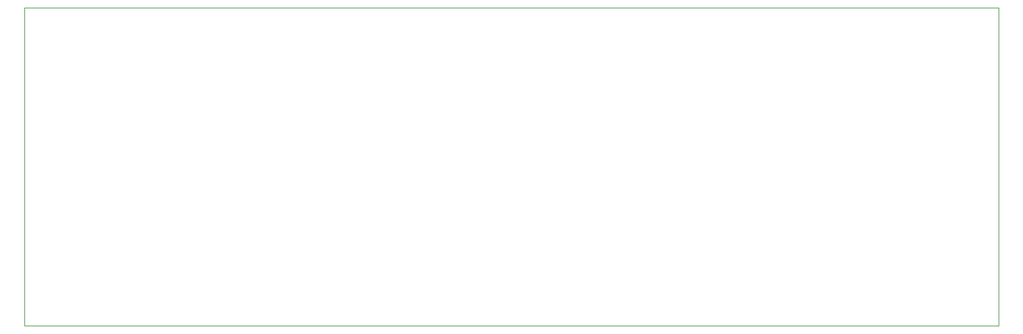
<source format=gm1>
G04 #@! TF.GenerationSoftware,KiCad,Pcbnew,8.0.7-8.0.7-0~ubuntu22.04.1*
G04 #@! TF.CreationDate,2025-03-20T12:44:01-04:00*
G04 #@! TF.ProjectId,trigger,74726967-6765-4722-9e6b-696361645f70,rev?*
G04 #@! TF.SameCoordinates,Original*
G04 #@! TF.FileFunction,Profile,NP*
%FSLAX46Y46*%
G04 Gerber Fmt 4.6, Leading zero omitted, Abs format (unit mm)*
G04 Created by KiCad (PCBNEW 8.0.7-8.0.7-0~ubuntu22.04.1) date 2025-03-20 12:44:01*
%MOMM*%
%LPD*%
G01*
G04 APERTURE LIST*
G04 #@! TA.AperFunction,Profile*
%ADD10C,0.050000*%
G04 #@! TD*
G04 APERTURE END LIST*
D10*
X72500000Y-79500000D02*
X201000000Y-79500000D01*
X201000000Y-121500000D01*
X72500000Y-121500000D01*
X72500000Y-79500000D01*
M02*

</source>
